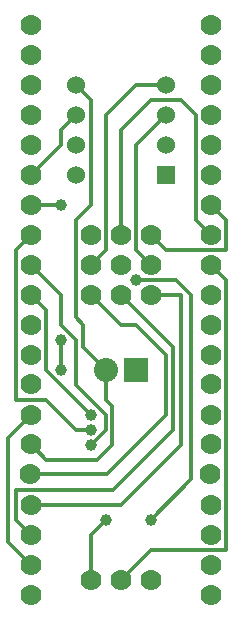
<source format=gbr>
G04 GERBER ASCII OUTPUT FROM: EDWIN 2000 (VER. 1.1 REV. 20011025)*
G04 GERBER FORMAT: RX-274-X*
G04 BOARD: 8-PIN_ADAPTER*
G04 ARTWORK OF SOLD.LAYER POSITIVE*
%ASAXBY*%
%FSLAX23Y23*%
%MIA0B0*%
%MOIN*%
%OFA0.0000B0.0000*%
%SFA1B1*%
%IJA0B0*%
%INLAYER29POS*%
%IOA0B0*%
%IPPOS*%
%IR0*%
G04 APERTURE MACROS*
%AMEDWDONUT*
1,1,$1,$2,$3*
1,0,$4,$2,$3*
%
%AMEDWFRECT*
2,1,$1,$2,$3,$4,$5,$6*
%
%AMEDWORECT*
2,1,$1,$2,$3,$4,$5,$10*
2,1,$1,$4,$5,$6,$7,$10*
2,1,$1,$6,$7,$8,$9,$10*
2,1,$1,$8,$9,$2,$3,$10*
1,1,$1,$2,$3*
1,1,$1,$4,$5*
1,1,$1,$6,$7*
1,1,$1,$8,$9*
%
%AMEDWLINER*
2,1,$1,$2,$3,$4,$5,$6*
1,1,$1,$2,$3*
1,1,$1,$4,$5*
%
%AMEDWFTRNG*
4,1,3,$1,$2,$3,$4,$5,$6,$7,$8,$9*
%
%AMEDWATRNG*
4,1,3,$1,$2,$3,$4,$5,$6,$7,$8,$9*
2,1,$11,$1,$2,$3,$4,$10*
2,1,$11,$3,$4,$5,$6,$10*
2,1,$11,$5,$6,$7,$8,$10*
1,1,$11,$3,$4*
1,1,$11,$5,$6*
1,1,$11,$7,$8*
%
%AMEDWOTRNG*
2,1,$1,$2,$3,$4,$5,$8*
2,1,$1,$4,$5,$6,$7,$8*
2,1,$1,$6,$7,$2,$3,$8*
1,1,$1,$2,$3*
1,1,$1,$4,$5*
1,1,$1,$6,$7*
%
G04*
G04 APERTURE LIST*
%ADD10R,0.0700X0.0700*%
%ADD11R,0.0940X0.0940*%
%ADD12R,0.0600X0.0600*%
%ADD13R,0.0840X0.0840*%
%ADD14R,0.0900X0.0350*%
%ADD15R,0.1140X0.0590*%
%ADD16R,0.0800X0.0250*%
%ADD17R,0.1040X0.0490*%
%ADD18R,0.0900X0.0900*%
%ADD19R,0.1140X0.1140*%
%ADD20R,0.0800X0.0800*%
%ADD21R,0.1040X0.1040*%
%ADD22C,0.0010*%
%ADD24C,0.0020*%
%ADD25R,0.0020X0.0020*%
%ADD26C,0.0030*%
%ADD27R,0.0030X0.0030*%
%ADD28C,0.0040*%
%ADD29R,0.0040X0.0040*%
%ADD30C,0.0050*%
%ADD31R,0.0050X0.0050*%
%ADD32C,0.00787*%
%ADD33R,0.00787X0.00787*%
%ADD34C,0.0080*%
%ADD36C,0.00984*%
%ADD37R,0.00984X0.00984*%
%ADD38C,0.0120*%
%ADD40C,0.0120*%
%ADD42C,0.0130*%
%ADD44C,0.01378*%
%ADD46C,0.01969*%
%ADD47R,0.01969X0.01969*%
%ADD48C,0.0290*%
%ADD50C,0.03187*%
%ADD52C,0.0320*%
%ADD54C,0.0360*%
%ADD56C,0.0370*%
%ADD58C,0.03778*%
%ADD60C,0.03937*%
%ADD61R,0.03937X0.03937*%
%ADD62C,0.0480*%
%ADD63R,0.0480X0.0480*%
%ADD64C,0.0500*%
%ADD65R,0.0500X0.0500*%
%ADD66C,0.0540*%
%ADD67R,0.0540X0.0540*%
%ADD68C,0.0560*%
%ADD69R,0.0560X0.0560*%
%ADD70C,0.05906*%
%ADD71R,0.05906X0.05906*%
%ADD72C,0.0600*%
%ADD73R,0.0600X0.0600*%
%ADD74C,0.0620*%
%ADD75R,0.0620X0.0620*%
%ADD76C,0.06339*%
%ADD77R,0.06339X0.06339*%
%ADD78C,0.06906*%
%ADD79R,0.06906X0.06906*%
%ADD80C,0.0700*%
%ADD81R,0.0700X0.0700*%
%ADD82C,0.0720*%
%ADD83R,0.0720X0.0720*%
%ADD84C,0.0780*%
%ADD85R,0.0780X0.0780*%
%ADD86C,0.0800*%
%ADD87R,0.0800X0.0800*%
%ADD88C,0.0840*%
%ADD89R,0.0840X0.0840*%
%ADD90C,0.0860*%
%ADD92C,0.0900*%
%ADD93R,0.0900X0.0900*%
%ADD94C,0.0940*%
%ADD95R,0.0940X0.0940*%
%ADD96C,0.1040*%
%ADD97R,0.1040X0.1040*%
%ADD98C,0.1100*%
%ADD100C,0.1140*%
%ADD101R,0.1140X0.1140*%
%ADD103R,0.1600X0.1600*%
%ADD105R,0.1660X0.1660*%
%ADD107R,0.1840X0.1840*%
%ADD109R,0.1900X0.1900*%
%ADD110C,0.2900*%
%ADD111R,0.2900X0.2900*%
%ADD112C,0.3900*%
%ADD113R,0.3900X0.3900*%
%ADD114C,0.4900*%
%ADD115R,0.4900X0.4900*%
%ADD116C,0.5900*%
%ADD117R,0.5900X0.5900*%
%ADD118C,0.6900*%
%ADD119R,0.6900X0.6900*%
%ADD120C,0.7900*%
%ADD121R,0.7900X0.7900*%
%ADD122C,0.8900*%
%ADD123R,0.8900X0.8900*%
%ADD124C,0.9900*%
%ADD125R,0.9900X0.9900*%
%ADD126C,1.0900*%
%ADD127R,1.0900X1.0900*%
%ADD128C,1.1900*%
%ADD129R,1.1900X1.1900*%
%ADD130C,1.2900*%
%ADD131R,1.2900X1.2900*%
%ADD132C,1.3900*%
%ADD133R,1.3900X1.3900*%
%ADD134C,1.4900*%
%ADD135R,1.4900X1.4900*%
%ADD136C,1.5900*%
%ADD137R,1.5900X1.5900*%
%ADD138C,1.6900*%
%ADD139R,1.6900X1.6900*%
%ADD140C,1.7900*%
%ADD141R,1.7900X1.7900*%
%ADD142C,1.8900*%
%ADD143R,1.8900X1.8900*%
%ADD144C,1.9900*%
%ADD145R,1.9900X1.9900*%
G04*
D12* 
X550Y1450D02*D03*
D72* 
X550Y1550D02*D03*
X550Y1650D02*D03*
X550Y1750D02*D03*
X250Y1750D02*D03*
X250Y1650D02*D03*
X250Y1550D02*D03*
X250Y1450D02*D03*
D80* 
X700Y50D02*D03*
X700Y150D02*D03*
X700Y250D02*D03*
X700Y350D02*D03*
X698Y453D02*D03*
X700Y551D02*D03*
X700Y649D02*D03*
X700Y753D02*D03*
X700Y850D02*D03*
X700Y950D02*D03*
X700Y1050D02*D03*
X700Y1150D02*D03*
X700Y1250D02*D03*
X700Y1350D02*D03*
X700Y1450D02*D03*
X700Y1550D02*D03*
X700Y1650D02*D03*
X700Y1750D02*D03*
X700Y1850D02*D03*
X700Y1950D02*D03*
X100Y50D02*D03*
X100Y150D02*D03*
X100Y250D02*D03*
X100Y350D02*D03*
X98Y453D02*D03*
X100Y551D02*D03*
X100Y649D02*D03*
X100Y753D02*D03*
X100Y850D02*D03*
X100Y950D02*D03*
X100Y1050D02*D03*
X100Y1150D02*D03*
X100Y1250D02*D03*
X100Y1350D02*D03*
X100Y1450D02*D03*
X100Y1550D02*D03*
X100Y1650D02*D03*
X100Y1750D02*D03*
X100Y1850D02*D03*
X100Y1950D02*D03*
X500Y1250D02*D03*
X500Y1150D02*D03*
X500Y1050D02*D03*
X300Y1250D02*D03*
X300Y1150D02*D03*
X300Y1050D02*D03*
X400Y1250D02*D03*
X400Y1150D02*D03*
X400Y1050D02*D03*
D20* 
X450Y800D02*D03*
D86* 
X350Y800D02*D03*
D80* 
X500Y100D02*D03*
X400Y100D02*D03*
X300Y100D02*D03*
D60* 
X350Y300D02*D03*
X500Y300D02*D03*
X450Y1100D02*D03*
X200Y800D02*D03*
X200Y900D02*D03*
X200Y1350D02*D03*
X300Y600D02*D03*
X300Y550D02*D03*
X300Y650D02*D03*
D44* 
X700Y1150D02*
X750Y1100D01*
X750Y200D01*
X500Y200D01*
X400Y100D01*
X300Y1150D02*
X350Y1200D01*
X350Y1650D01*
X450Y1750D01*
X550Y1750D01*
X350Y300D02*
X300Y250D01*
X300Y100D01*
X550Y1650D02*
X450Y1550D01*
X450Y1200D01*
X500Y1150D01*
X300Y1050D02*
X400Y950D01*
X450Y950D01*
X550Y850D01*
X550Y650D01*
X353Y453D01*
X98Y453D01*
X500Y300D02*
X635Y435D01*
X635Y1050D01*
X585Y1100D01*
X450Y1100D01*
X500Y1050D02*
X600Y1050D01*
X600Y550D01*
X400Y350D01*
X100Y350D01*
X400Y1050D02*
X575Y875D01*
X575Y600D01*
X375Y400D01*
X50Y400D01*
X50Y300D01*
X100Y250D01*
X100Y1450D02*
X200Y1550D01*
X200Y1600D01*
X250Y1650D01*
X100Y649D02*
X23Y572D01*
X23Y227D01*
X100Y150D01*
X350Y800D02*
X275Y875D01*
X275Y950D01*
X250Y975D01*
X250Y1300D01*
X300Y1350D01*
X300Y1700D01*
X250Y1750D01*
X350Y800D02*
X350Y700D01*
X372Y678D01*
X372Y550D01*
X322Y500D01*
X151Y500D01*
X100Y551D01*
X400Y1250D02*
X400Y1600D01*
X500Y1700D01*
X600Y1700D01*
X650Y1650D01*
X650Y1300D01*
X700Y1250D01*
X700Y1350D02*
X750Y1300D01*
X750Y1200D01*
X550Y1200D01*
X500Y1250D01*
X200Y900D02*
X200Y800D01*
X200Y1350D02*
X100Y1350D01*
X300Y600D02*
X250Y600D01*
X150Y700D01*
X50Y700D01*
X50Y1200D01*
X100Y1250D01*
X300Y550D02*
X350Y600D01*
X350Y650D01*
X250Y750D01*
X250Y900D01*
X200Y950D01*
X200Y1050D01*
X100Y1150D01*
X300Y650D02*
X150Y800D01*
X150Y1000D01*
X100Y1050D01*
M02*

</source>
